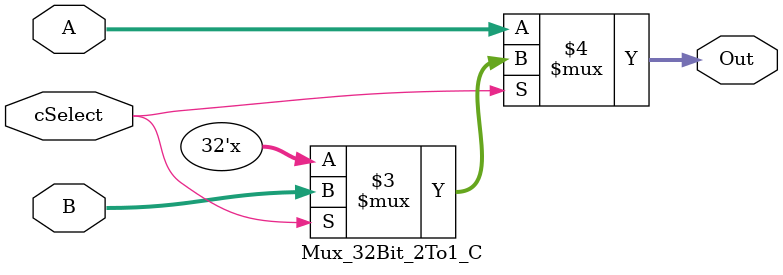
<source format=v>
`timescale 1ns / 1ps


module Mux_32Bit_2To1_C(A, B,
                        cSelect,
                        
                        Out);
                        
    input [31:0] A;
    input [31:0] B;
    input cSelect;
    
    output [31:0] Out;

    
    //If sel is 0, out = inA; if sel is 1, out = inB
    assign Out = (cSelect == 0) ? A :
                 (cSelect == 1) ? B :
                 32'bX;

endmodule

</source>
